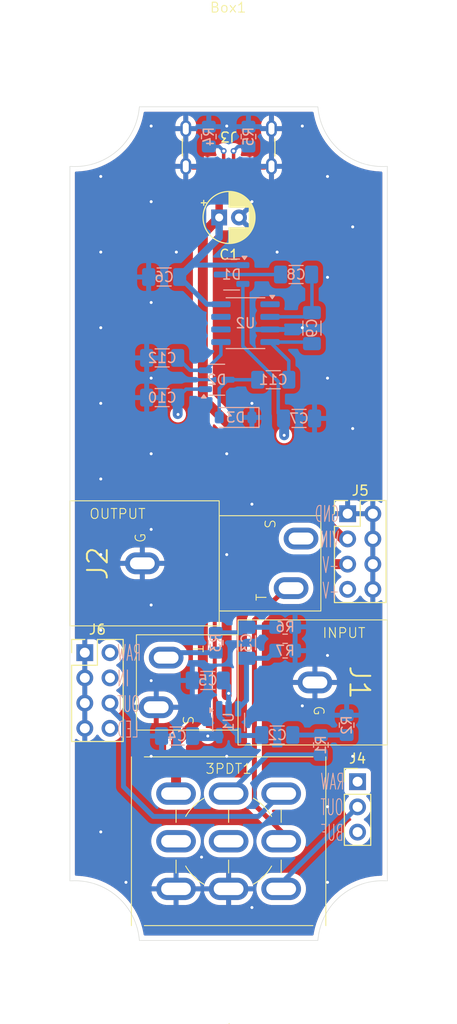
<source format=kicad_pcb>
(kicad_pcb (version 20240108) (generator "pcbnew") (generator_version "8.0")
  (layers (0 "F.Cu" jumper) (1 "In1.Cu" signal) (2 "In2.Cu" signal) (31 "B.Cu" signal) (34 "B.Paste" user) (35 "F.Paste" user) (36 "B.SilkS" user "B.Silkscreen") (37 "F.SilkS" user "F.Silkscreen") (38 "B.Mask" user) (39 "F.Mask" user) (44 "Edge.Cuts" user))
  (net 0 "")
  (net 1 "GND")
  (net 2 "VIN")
  (net 3 "Net-(C2-Pad2)")
  (net 4 "Net-(U1--)")
  (net 5 "Net-(C3-Pad1)")
  (net 6 "+V")
  (net 7 "Net-(D1-common)")
  (net 8 "-V")
  (net 9 "LED")
  (net 10 "Net-(U2-CAP+)")
  (net 11 "Net-(D2-common)")
  (net 12 "Net-(U2-CAP-)")
  (net 14 "OUT^{RAW_OR_BUF}")
  (net 15 "IN^{RAW}")
  (net 16 "OUT^{RAW}")
  (net 17 "-VOUT")
  (net 18 "BUFFERED")
  (net 19 "IN^{EFF}")
  (net 20 "OUT^{EFF}")
  (net 21 "IN")
  (net 22 "Net-(J3-CC2)")
  (net 23 "Net-(J3-CC1)")
  (footprint "Connector_PinHeader_2.54mm:PinHeader_1x03_P2.54mm_Vertical" (layer "F.Cu") (at 113 126)
    (property "Reference" "J4" (at 0 -2.33 0) (layer "F.SilkS"))
    (property "Value" "Conn_01x03_Pin")
    (pad "1" thru_hole rect (at 0 0) (size 1.7 1.7) (drill 1) (layers "*.Cu" "*.Mask" "In3.Cu" "In4.Cu" "In5.Cu" "In6.Cu" "In7.Cu" "In8.Cu" "In9.Cu" "In10.Cu" "In11.Cu" "In12.Cu" "In13.Cu" "In14.Cu" "In15.Cu" "In16.Cu" "In17.Cu" "In18.Cu" "In19.Cu" "In20.Cu" "In21.Cu" "In22.Cu" "In23.Cu" "In24.Cu" "In25.Cu" "In26.Cu" "In27.Cu" "In28.Cu" "In29.Cu" "In30.Cu") (net 15 "IN^{RAW}"))
    (pad "2" thru_hole oval (at 0 2.54) (size 1.7 1.7) (drill 1) (layers "*.Cu" "*.Mask" "In3.Cu" "In4.Cu" "In5.Cu" "In6.Cu" "In7.Cu" "In8.Cu" "In9.Cu" "In10.Cu" "In11.Cu" "In12.Cu" "In13.Cu" "In14.Cu" "In15.Cu" "In16.Cu" "In17.Cu" "In18.Cu" "In19.Cu" "In20.Cu" "In21.Cu" "In22.Cu" "In23.Cu" "In24.Cu" "In25.Cu" "In26.Cu" "In27.Cu" "In28.Cu" "In29.Cu" "In30.Cu") (net 14 "OUT^{RAW_OR_BUF}"))
    (pad "3" thru_hole oval (at 0 5.08) (size 1.7 1.7) (drill 1) (layers "*.Cu" "*.Mask" "In3.Cu" "In4.Cu" "In5.Cu" "In6.Cu" "In7.Cu" "In8.Cu" "In9.Cu" "In10.Cu" "In11.Cu" "In12.Cu" "In13.Cu" "In14.Cu" "In15.Cu" "In16.Cu" "In17.Cu" "In18.Cu" "In19.Cu" "In20.Cu" "In21.Cu" "In22.Cu" "In23.Cu" "In24.Cu" "In25.Cu" "In26.Cu" "In27.Cu" "In28.Cu" "In29.Cu" "In30.Cu") (net 18 "BUFFERED"))
  )
  (footprint "Connector_PinHeader_2.54mm:PinHeader_2x04_P2.54mm_Vertical" (layer "F.Cu") (at 112 99)
    (property "Reference" "J5" (at 1.27 -2.33 0) (layer "F.SilkS"))
    (property "Value" "Conn_02x04_Odd_Even")
    (pad "1" thru_hole rect (at 0 0) (size 1.7 1.7) (drill 1) (layers "*.Cu" "*.Mask" "In3.Cu" "In4.Cu" "In5.Cu" "In6.Cu" "In7.Cu" "In8.Cu" "In9.Cu" "In10.Cu" "In11.Cu" "In12.Cu" "In13.Cu" "In14.Cu" "In15.Cu" "In16.Cu" "In17.Cu" "In18.Cu" "In19.Cu" "In20.Cu" "In21.Cu" "In22.Cu" "In23.Cu" "In24.Cu" "In25.Cu" "In26.Cu" "In27.Cu" "In28.Cu" "In29.Cu" "In30.Cu") (net 1 "GND"))
    (pad "2" thru_hole oval (at 2.54 0) (size 1.7 1.7) (drill 1) (layers "*.Cu" "*.Mask" "In3.Cu" "In4.Cu" "In5.Cu" "In6.Cu" "In7.Cu" "In8.Cu" "In9.Cu" "In10.Cu" "In11.Cu" "In12.Cu" "In13.Cu" "In14.Cu" "In15.Cu" "In16.Cu" "In17.Cu" "In18.Cu" "In19.Cu" "In20.Cu" "In21.Cu" "In22.Cu" "In23.Cu" "In24.Cu" "In25.Cu" "In26.Cu" "In27.Cu" "In28.Cu" "In29.Cu" "In30.Cu") (net 1 "GND"))
    (pad "3" thru_hole oval (at 0 2.54) (size 1.7 1.7) (drill 1) (layers "*.Cu" "*.Mask" "In3.Cu" "In4.Cu" "In5.Cu" "In6.Cu" "In7.Cu" "In8.Cu" "In9.Cu" "In10.Cu" "In11.Cu" "In12.Cu" "In13.Cu" "In14.Cu" "In15.Cu" "In16.Cu" "In17.Cu" "In18.Cu" "In19.Cu" "In20.Cu" "In21.Cu" "In22.Cu" "In23.Cu" "In24.Cu" "In25.Cu" "In26.Cu" "In27.Cu" "In28.Cu" "In29.Cu" "In30.Cu") (net 2 "VIN"))
    (pad "4" thru_hole oval (at 2.54 2.54) (size 1.7 1.7) (drill 1) (layers "*.Cu" "*.Mask" "In3.Cu" "In4.Cu" "In5.Cu" "In6.Cu" "In7.Cu" "In8.Cu" "In9.Cu" "In10.Cu" "In11.Cu" "In12.Cu" "In13.Cu" "In14.Cu" "In15.Cu" "In16.Cu" "In17.Cu" "In18.Cu" "In19.Cu" "In20.Cu" "In21.Cu" "In22.Cu" "In23.Cu" "In24.Cu" "In25.Cu" "In26.Cu" "In27.Cu" "In28.Cu" "In29.Cu" "In30.Cu") (net 1 "GND"))
    (pad "5" thru_hole oval (at 0 5.08) (size 1.7 1.7) (drill 1) (layers "*.Cu" "*.Mask" "In3.Cu" "In4.Cu" "In5.Cu" "In6.Cu" "In7.Cu" "In8.Cu" "In9.Cu" "In10.Cu" "In11.Cu" "In12.Cu" "In13.Cu" "In14.Cu" "In15.Cu" "In16.Cu" "In17.Cu" "In18.Cu" "In19.Cu" "In20.Cu" "In21.Cu" "In22.Cu" "In23.Cu" "In24.Cu" "In25.Cu" "In26.Cu" "In27.Cu" "In28.Cu" "In29.Cu" "In30.Cu") (net 8 "-V"))
    (pad "6" thru_hole oval (at 2.54 5.08) (size 1.7 1.7) (drill 1) (layers "*.Cu" "*.Mask" "In3.Cu" "In4.Cu" "In5.Cu" "In6.Cu" "In7.Cu" "In8.Cu" "In9.Cu" "In10.Cu" "In11.Cu" "In12.Cu" "In13.Cu" "In14.Cu" "In15.Cu" "In16.Cu" "In17.Cu" "In18.Cu" "In19.Cu" "In20.Cu" "In21.Cu" "In22.Cu" "In23.Cu" "In24.Cu" "In25.Cu" "In26.Cu" "In27.Cu" "In28.Cu" "In29.Cu" "In30.Cu") (net 1 "GND"))
    (pad "7" thru_hole oval (at 0 7.62) (size 1.7 1.7) (drill 1) (layers "*.Cu" "*.Mask" "In3.Cu" "In4.Cu" "In5.Cu" "In6.Cu" "In7.Cu" "In8.Cu" "In9.Cu" "In10.Cu" "In11.Cu" "In12.Cu" "In13.Cu" "In14.Cu" "In15.Cu" "In16.Cu" "In17.Cu" "In18.Cu" "In19.Cu" "In20.Cu" "In21.Cu" "In22.Cu" "In23.Cu" "In24.Cu" "In25.Cu" "In26.Cu" "In27.Cu" "In28.Cu" "In29.Cu" "In30.Cu") (net 6 "+V"))
    (pad "8" thru_hole oval (at 2.54 7.62) (size 1.7 1.7) (drill 1) (layers "*.Cu" "*.Mask" "In3.Cu" "In4.Cu" "In5.Cu" "In6.Cu" "In7.Cu" "In8.Cu" "In9.Cu" "In10.Cu" "In11.Cu" "In12.Cu" "In13.Cu" "In14.Cu" "In15.Cu" "In16.Cu" "In17.Cu" "In18.Cu" "In19.Cu" "In20.Cu" "In21.Cu" "In22.Cu" "In23.Cu" "In24.Cu" "In25.Cu" "In26.Cu" "In27.Cu" "In28.Cu" "In29.Cu" "In30.Cu") (net 1 "GND"))
  )
  (footprint "Connector_USB:USB_C_Receptacle_GCT_USB4125-xx-x-0190_6P_TopMnt_Horizontal" (layer "F.Cu") (at 100 61 180)
    (property "Reference" "J3" (at 0 0 180) (layer "F.SilkS"))
    (property "Value" "USB_C_Receptacle_PowerOnly_6P")
    (pad "A5" smd roundrect (at -0.5 -3.08 180) (size 0.7 1.2) (layers "F.Cu" "F.Paste" "F.Mask") (net 23 "Net-(J3-CC1)"))
    (pad "A9" smd roundrect (at 1.52 -3.08) (size 0.76 1.2) (layers "F.Cu" "F.Paste" "F.Mask") (net 2 "VIN"))
    (pad "A12" smd roundrect (at 2.75 -3.08) (size 0.8 1.2) (layers "F.Cu" "F.Paste" "F.Mask") (net 1 "GND"))
    (pad "B5" smd roundrect (at 0.5 -3.08) (size 0.7 1.2) (layers "F.Cu" "F.Paste" "F.Mask") (net 22 "Net-(J3-CC2)"))
    (pad "B9" smd roundrect (at -1.52 -3.08 180) (size 0.76 1.2) (layers "F.Cu" "F.Paste" "F.Mask") (net 2 "VIN"))
    (pad "B12" smd roundrect (at -2.75 -3.08 180) (size 0.8 1.2) (layers "F.Cu" "F.Paste" "F.Mask") (net 1 "GND"))
    (pad "S1" thru_hole oval (at -4.32 -3 180) (size 1.1 1.7) (drill oval 0.6 1.2) (property pad_prop_heatsink) (layers "*.Cu" "*.Mask" "In3.Cu" "In4.Cu" "In5.Cu" "In6.Cu" "In7.Cu" "In8.Cu" "In9.Cu" "In10.Cu" "In11.Cu" "In12.Cu" "In13.Cu" "In14.Cu" "In15.Cu" "In16.Cu" "In17.Cu" "In18.Cu" "In19.Cu" "In20.Cu" "In21.Cu" "In22.Cu" "In23.Cu" "In24.Cu" "In25.Cu" "In26.Cu" "In27.Cu" "In28.Cu" "In29.Cu" "In30.Cu" "F.Paste") (net 1 "GND"))
    (pad "S1" thru_hole oval (at -4.32 0.8 180) (size 1.1 1.7) (drill oval 0.6 1.2) (property pad_prop_heatsink) (layers "*.Cu" "*.Mask" "In3.Cu" "In4.Cu" "In5.Cu" "In6.Cu" "In7.Cu" "In8.Cu" "In9.Cu" "In10.Cu" "In11.Cu" "In12.Cu" "In13.Cu" "In14.Cu" "In15.Cu" "In16.Cu" "In17.Cu" "In18.Cu" "In19.Cu" "In20.Cu" "In21.Cu" "In22.Cu" "In23.Cu" "In24.Cu" "In25.Cu" "In26.Cu" "In27.Cu" "In28.Cu" "In29.Cu" "In30.Cu" "F.Paste") (net 1 "GND"))
    (pad "S1" thru_hole oval (at 4.32 -3 180) (size 1.1 1.7) (drill oval 0.6 1.2) (property pad_prop_heatsink) (layers "*.Cu" "*.Mask" "In3.Cu" "In4.Cu" "In5.Cu" "In6.Cu" "In7.Cu" "In8.Cu" "In9.Cu" "In10.Cu" "In11.Cu" "In12.Cu" "In13.Cu" "In14.Cu" "In15.Cu" "In16.Cu" "In17.Cu" "In18.Cu" "In19.Cu" "In20.Cu" "In21.Cu" "In22.Cu" "In23.Cu" "In24.Cu" "In25.Cu" "In26.Cu" "In27.Cu" "In28.Cu" "In29.Cu" "In30.Cu" "F.Paste") (net 1 "GND"))
    (pad "S1" thru_hole oval (at 4.32 0.8 180) (size 1.1 1.7) (drill oval 0.6 1.2) (property pad_prop_heatsink) (layers "*.Cu" "*.Mask" "In3.Cu" "In4.Cu" "In5.Cu" "In6.Cu" "In7.Cu" "In8.Cu" "In9.Cu" "In10.Cu" "In11.Cu" "In12.Cu" "In13.Cu" "In14.Cu" "In15.Cu" "In16.Cu" "In17.Cu" "In18.Cu" "In19.Cu" "In20.Cu" "In21.Cu" "In22.Cu" "In23.Cu" "In24.Cu" "In25.Cu" "In26.Cu" "In27.Cu" "In28.Cu" "In29.Cu" "In30.Cu" "F.Paste") (net 1 "GND"))
  )
  (footprint "Mylib:1590A" (layer "F.Cu") (at 100 100)
    (property "Reference" "Box1" (at -0.05 -52 0) (layer "F.SilkS") (effects (font (thickness 0.1))))
    (property "Value" "1590A")
  )
  (footprint "Mylib:3PDT-Stomp-Switch" (layer "F.Cu") (at 100 132)
    (property "Reference" "3PDT1" (at 0 -7.3 0) (layer "F.SilkS") (effects (font (thickness 0.1))))
    (property "Value" "3PDT")
    (pad "1" thru_hole oval (at -5.3 -4.8) (size 4 2.25) (drill oval 3 1.25) (layers "*.Cu" "*.Mask" "In3.Cu" "In4.Cu" "In5.Cu" "In6.Cu" "In7.Cu" "In8.Cu" "In9.Cu" "In10.Cu" "In11.Cu" "In12.Cu" "In13.Cu" "In14.Cu" "In15.Cu" "In16.Cu" "In17.Cu" "In18.Cu" "In19.Cu" "In20.Cu" "In21.Cu" "In22.Cu" "In23.Cu" "In24.Cu" "In25.Cu" "In26.Cu" "In27.Cu" "In28.Cu" "In29.Cu" "In30.Cu") (net 2 "VIN"))
    (pad "2" thru_hole oval (at -5.3 0) (size 4 2.25) (drill oval 3 1.25) (layers "*.Cu" "*.Mask" "In3.Cu" "In4.Cu" "In5.Cu" "In6.Cu" "In7.Cu" "In8.Cu" "In9.Cu" "In10.Cu" "In11.Cu" "In12.Cu" "In13.Cu" "In14.Cu" "In15.Cu" "In16.Cu" "In17.Cu" "In18.Cu" "In19.Cu" "In20.Cu" "In21.Cu" "In22.Cu" "In23.Cu" "In24.Cu" "In25.Cu" "In26.Cu" "In27.Cu" "In28.Cu" "In29.Cu" "In30.Cu") (net 9 "LED"))
    (pad "3" thru_hole oval (at -5.3 4.8) (size 4 2.25) (drill oval 3 1.25) (layers "*.Cu" "*.Mask" "In3.Cu" "In4.Cu" "In5.Cu" "In6.Cu" "In7.Cu" "In8.Cu" "In9.Cu" "In10.Cu" "In11.Cu" "In12.Cu" "In13.Cu" "In14.Cu" "In15.Cu" "In16.Cu" "In17.Cu" "In18.Cu" "In19.Cu" "In20.Cu" "In21.Cu" "In22.Cu" "In23.Cu" "In24.Cu" "In25.Cu" "In26.Cu" "In27.Cu" "In28.Cu" "In29.Cu" "In30.Cu") (net 1 "GND"))
    (pad "4" thru_hole oval (at 0 -4.8) (size 4 2.25) (drill oval 3 1.25) (layers "*.Cu" "*.Mask" "In3.Cu" "In4.Cu" "In5.Cu" "In6.Cu" "In7.Cu" "In8.Cu" "In9.Cu" "In10.Cu" "In11.Cu" "In12.Cu" "In13.Cu" "In14.Cu" "In15.Cu" "In16.Cu" "In17.Cu" "In18.Cu" "In19.Cu" "In20.Cu" "In21.Cu" "In22.Cu" "In23.Cu" "In24.Cu" "In25.Cu" "In26.Cu" "In27.Cu" "In28.Cu" "In29.Cu" "In30.Cu") (net 18 "BUFFERED"))
    (pad "5" thru_hole oval (at 0 0) (size 4 2.25) (drill oval 3 1.25) (layers "*.Cu" "*.Mask" "In3.Cu" "In4.Cu" "In5.Cu" "In6.Cu" "In7.Cu" "In8.Cu" "In9.Cu" "In10.Cu" "In11.Cu" "In12.Cu" "In13.Cu" "In14.Cu" "In15.Cu" "In16.Cu" "In17.Cu" "In18.Cu" "In19.Cu" "In20.Cu" "In21.Cu" "In22.Cu" "In23.Cu" "In24.Cu" "In25.Cu" "In26.Cu" "In27.Cu" "In28.Cu" "In29.Cu" "In30.Cu") (net 19 "IN^{EFF}"))
    (pad "6" thru_hole oval (at 0 4.8) (size 4 2.25) (drill oval 3 1.25) (layers "*.Cu" "*.Mask" "In3.Cu" "In4.Cu" "In5.Cu" "In6.Cu" "In7.Cu" "In8.Cu" "In9.Cu" "In10.Cu" "In11.Cu" "In12.Cu" "In13.Cu" "In14.Cu" "In15.Cu" "In16.Cu" "In17.Cu" "In18.Cu" "In19.Cu" "In20.Cu" "In21.Cu" "In22.Cu" "In23.Cu" "In24.Cu" "In25.Cu" "In26.Cu" "In27.Cu" "In28.Cu" "In29.Cu" "In30.Cu") (net 1 "GND"))
    (pad "7" thru_hole oval (at 5.3 -4.8) (size 4 2.25) (drill oval 3 1.25) (layers "*.Cu" "*.Mask" "In3.Cu" "In4.Cu" "In5.Cu" "In6.Cu" "In7.Cu" "In8.Cu" "In9.Cu" "In10.Cu" "In11.Cu" "In12.Cu" "In13.Cu" "In14.Cu" "In15.Cu" "In16.Cu" "In17.Cu" "In18.Cu" "In19.Cu" "In20.Cu" "In21.Cu" "In22.Cu" "In23.Cu" "In24.Cu" "In25.Cu" "In26.Cu" "In27.Cu" "In28.Cu" "In29.Cu" "In30.Cu") (net 20 "OUT^{EFF}"))
    (pad "8" thru_hole oval (at 5.3 0) (size 4 2.25) (drill oval 3 1.25) (layers "*.Cu" "*.Mask" "In3.Cu" "In4.Cu" "In5.Cu" "In6.Cu" "In7.Cu" "In8.Cu" "In9.Cu" "In10.Cu" "In11.Cu" "In12.Cu" "In13.Cu" "In14.Cu" "In15.Cu" "In16.Cu" "In17.Cu" "In18.Cu" "In19.Cu" "In20.Cu" "In21.Cu" "In22.Cu" "In23.Cu" "In24.Cu" "In25.Cu" "In26.Cu" "In27.Cu" "In28.Cu" "In29.Cu" "In30.Cu") (net 16 "OUT^{RAW}"))
    (pad "9" thru_hole oval (at 5.3 4.8) (size 4 2.25) (drill oval 3 1.25) (layers "*.Cu" "*.Mask" "In3.Cu" "In4.Cu" "In5.Cu" "In6.Cu" "In7.Cu" "In8.Cu" "In9.Cu" "In10.Cu" "In11.Cu" "In12.Cu" "In13.Cu" "In14.Cu" "In15.Cu" "In16.Cu" "In17.Cu" "In18.Cu" "In19.Cu" "In20.Cu" "In21.Cu" "In22.Cu" "In23.Cu" "In24.Cu" "In25.Cu" "In26.Cu" "In27.Cu" "In28.Cu" "In29.Cu" "In30.Cu") (net 14 "OUT^{RAW_OR_BUF}"))
  )
  (footprint "Connector_PinHeader_2.54mm:PinHeader_2x04_P2.54mm_Vertical" (layer "F.Cu") (at 85.5 113)
    (property "Reference" "J6" (at 1.27 -2.33 0) (layer "F.SilkS"))
    (property "Value" "Conn_02x04_Odd_Even")
    (pad "1" thru_hole rect (at 0 0) (size 1.7 1.7) (drill 1) (layers "*.Cu" "*.Mask" "In3.Cu" "In4.Cu" "In5.Cu" "In6.Cu" "In7.Cu" "In8.Cu" "In9.Cu" "In10.Cu" "In11.Cu" "In12.Cu" "In13.Cu" "In14.Cu" "In15.Cu" "In16.Cu" "In17.Cu" "In18.Cu" "In19.Cu" "In20.Cu" "In21.Cu" "In22.Cu" "In23.Cu" "In24.Cu" "In25.Cu" "In26.Cu" "In27.Cu" "In28.Cu" "In29.Cu" "In30.Cu") (net 1 "GND"))
    (pad "2" thru_hole oval (at 2.54 0) (size 1.7 1.7) (drill 1) (layers "*.Cu" "*.Mask" "In3.Cu" "In4.Cu" "In5.Cu" "In6.Cu" "In7.Cu" "In8.Cu" "In9.Cu" "In10.Cu" "In11.Cu" "In12.Cu" "In13.Cu" "In14.Cu" "In15.Cu" "In16.Cu" "In17.Cu" "In18.Cu" "In19.Cu" "In20.Cu" "In21.Cu" "In22.Cu" "In23.Cu" "In24.Cu" "In25.Cu" "In26.Cu" "In27.Cu" "In28.Cu" "In29.Cu" "In30.Cu") (net 15 "IN^{RAW}"))
    (pad "3" thru_hole oval (at 0 2.54) (size 1.7 1.7) (drill 1) (layers "*.Cu" "*.Mask" "In3.Cu" "In4.Cu" "In5.Cu" "In6.Cu" "In7.Cu" "In8.Cu" "In9.Cu" "In10.Cu" "In11.Cu" "In12.Cu" "In13.Cu" "In14.Cu" "In15.Cu" "In16.Cu" "In17.Cu" "In18.Cu" "In19.Cu" "In20.Cu" "In21.Cu" "In22.Cu" "In23.Cu" "In24.Cu" "In25.Cu" "In26.Cu" "In27.Cu" "In28.Cu" "In29.Cu" "In30.Cu") (net 1 "GND"))
    (pad "4" thru_hole oval (at 2.54 2.54) (size 1.7 1.7) (drill 1) (layers "*.Cu" "*.Mask" "In3.Cu" "In4.Cu" "In5.Cu" "In6.Cu" "In7.Cu" "In8.Cu" "In9.Cu" "In10.Cu" "In11.Cu" "In12.Cu" "In13.Cu" "In14.Cu" "In15.Cu" "In16.Cu" "In17.Cu" "In18.Cu" "In19.Cu" "In20.Cu" "In21.Cu" "In22.Cu" "In23.Cu" "In24.Cu" "In25.Cu" "In26.Cu" "In27.Cu" "In28.Cu" "In29.Cu" "In30.Cu") (net 19 "IN^{EFF}"))
    (pad "5" thru_hole oval (at 0 5.08) (size 1.7 1.7) (drill 1) (layers "*.Cu" "*.Mask" "In3.Cu" "In4.Cu" "In5.Cu" "In6.Cu" "In7.Cu" "In8.Cu" "In9.Cu" "In10.Cu" "In11.Cu" "In12.Cu" "In13.Cu" "In14.Cu" "In15.Cu" "In16.Cu" "In17.Cu" "In18.Cu" "In19.Cu" "In20.Cu" "In21.Cu" "In22.Cu" "In23.Cu" "In24.Cu" "In25.Cu" "In26.Cu" "In27.Cu" "In28.Cu" "In29.Cu" "In30.Cu") (net 1 "GND"))
    (pad "6" thru_hole oval (at 2.54 5.08) (size 1.7 1.7) (drill 1) (layers "*.Cu" "*.Mask" "In3.Cu" "In4.Cu" "In5.Cu" "In6.Cu" "In7.Cu" "In8.Cu" "In9.Cu" "In10.Cu" "In11.Cu" "In12.Cu" "In13.Cu" "In14.Cu" "In15.Cu" "In16.Cu" "In17.Cu" "In18.Cu" "In19.Cu" "In20.Cu" "In21.Cu" "In22.Cu" "In23.Cu" "In24.Cu" "In25.Cu" "In26.Cu" "In27.Cu" "In28.Cu" "In29.Cu" "In30.Cu") (net 20 "OUT^{EFF}"))
    (pad "7" thru_hole oval (at 0 7.62) (size 1.7 1.7) (drill 1) (layers "*.Cu" "*.Mask" "In3.Cu" "In4.Cu" "In5.Cu" "In6.Cu" "In7.Cu" "In8.Cu" "In9.Cu" "In10.Cu" "In11.Cu" "In12.Cu" "In13.Cu" "In14.Cu" "In15.Cu" "In16.Cu" "In17.Cu" "In18.Cu" "In19.Cu" "In20.Cu" "In21.Cu" "In22.Cu" "In23.Cu" "In24.Cu" "In25.Cu" "In26.Cu" "In27.Cu" "In28.Cu" "In29.Cu" "In30.Cu") (net 1 "GND"))
    (pad "8" thru_hole oval (at 2.54 7.62) (size 1.7 1.7) (drill 1) (layers "*.Cu" "*.Mask" "In3.Cu" "In4.Cu" "In5.Cu" "In6.Cu" "In7.Cu" "In8.Cu" "In9.Cu" "In10.Cu" "In11.Cu" "In12.Cu" "In13.Cu" "In14.Cu" "In15.Cu" "In16.Cu" "In17.Cu" "In18.Cu" "In19.Cu" "In20.Cu" "In21.Cu" "In22.Cu" "In23.Cu" "In24.Cu" "In25.Cu" "In26.Cu" "In27.Cu" "In28.Cu" "In29.Cu" "In30.Cu") (net 9 "LED"))
  )
  (footprint "Mylib:CK-6.35" (layer "F.Cu") (at 103.2 116 180)
    (property "Reference" "J1" (at -10 0 -90) (layer "F.SilkS") (effects (font (size 2 2) (thickness 0.2))))
    (property "Value" "AudioJack2_Ground")
    (fp_text user "S" (at 7.9 -3.275 -90) (layer "F.SilkS") (effects (font (thickness 0.1)) (justify left bottom)))
    (fp_text user "G" (at -5.3 -2.275 -90) (layer "F.SilkS") (effects (font (thickness 0.1)) (justify left bottom)))
    (fp_text user "T" (at 6.9 3.825 -90) (layer "F.SilkS") (effects (font (thickness 0.1)) (justify left bottom)))
    (pad "G" thru_hole oval (at -5.5 0 180) (size 3.5 2.2) (drill oval 2.5 1.2) (layers "*.Cu" "*.Mask" "In3.Cu" "In4.Cu" "In5.Cu" "In6.Cu" "In7.Cu" "In8.Cu" "In9.Cu" "In10.Cu" "In11.Cu" "In12.Cu" "In13.Cu" "In14.Cu" "In15.Cu" "In16.Cu" "In17.Cu" "In18.Cu" "In19.Cu" "In20.Cu" "In21.Cu" "In22.Cu" "In23.Cu" "In24.Cu" "In25.Cu" "In26.Cu" "In27.Cu" "In28.Cu" "In29.Cu" "In30.Cu") (net 1 "GND"))
    (pad "S" thru_hole oval (at 10.5 -2.5 180) (size 3.5 2.2) (drill oval 2.5 1.2) (layers "*.Cu" "*.Mask" "In3.Cu" "In4.Cu" "In5.Cu" "In6.Cu" "In7.Cu" "In8.Cu" "In9.Cu" "In10.Cu" "In11.Cu" "In12.Cu" "In13.Cu" "In14.Cu" "In15.Cu" "In16.Cu" "In17.Cu" "In18.Cu" "In19.Cu" "In20.Cu" "In21.Cu" "In22.Cu" "In23.Cu" "In24.Cu" "In25.Cu" "In26.Cu" "In27.Cu" "In28.Cu" "In29.Cu" "In30.Cu") (net 1 "GND"))
    (pad "T" thru_hole oval (at 9.5 2.5 180) (size 3.5 2.2) (drill oval 2.5 1.2) (layers "*.Cu" "*.Mask" "In3.Cu" "In4.Cu" "In5.Cu" "In6.Cu" "In7.Cu" "In8.Cu" "In9.Cu" "In10.Cu" "In11.Cu" "In12.Cu" "In13.Cu" "In14.Cu" "In15.Cu" "In16.Cu" "In17.Cu" "In18.Cu" "In19.Cu" "In20.Cu" "In21.Cu" "In22.Cu" "In23.Cu" "In24.Cu" "In25.Cu" "In26.Cu" "In27.Cu" "In28.Cu" "In29.Cu" "In30.Cu") (net 15 "IN^{RAW}"))
  )
  (footprint "Mylib:CK-6.35" (layer "F.Cu") (at 96.8 104)
    (property "Reference" "J2" (at -10 0 90) (layer "F.SilkS") (effects (font (size 2 2) (thickness 0.2))))
    (property "Value" "AudioJack2_Ground")
    (fp_text user "T" (at 7.1 3.875 90) (layer "F.SilkS") (effects (font (thickness 0.1)) (justify left bottom)))
    (fp_text user "G" (at -5.1 -2 90) (layer "F.SilkS") (effects (font (thickness 0.1)) (justify left bottom)))
    (fp_text user "S" (at 8 -3.425 90) (layer "F.SilkS") (effects (font (thickness 0.1)) (justify left bottom)))
    (pad "G" thru_hole oval (at -5.5 0) (size 3.5 2.2) (drill oval 2.5 1.2) (layers "*.Cu" "*.Mask" "In3.Cu" "In4.Cu" "In5.Cu" "In6.Cu" "In7.Cu" "In8.Cu" "In9.Cu" "In10.Cu" "In11.Cu" "In12.Cu" "In13.Cu" "In14.Cu" "In15.Cu" "In16.Cu" "In17.Cu" "In18.Cu" "In19.Cu" "In20.Cu" "In21.Cu" "In22.Cu" "In23.Cu" "In24.Cu" "In25.Cu" "In26.Cu" "In27.Cu" "In28.Cu" "In29.Cu" "In30.Cu") (net 1 "GND"))
    (pad "S" thru_hole oval (at 10.5 -2.5) (size 3.5 2.2) (drill oval 2.5 1.2) (layers "*.Cu" "*.Mask" "In3.Cu" "In4.Cu" "In5.Cu" "In6.Cu" "In7.Cu" "In8.Cu" "In9.Cu" "In10.Cu" "In11.Cu" "In12.Cu" "In13.Cu" "In14.Cu" "In15.Cu" "In16.Cu" "In17.Cu" "In18.Cu" "In19.Cu" "In20.Cu" "In21.Cu" "In22.Cu" "In23.Cu" "In24.Cu" "In25.Cu" "In26.Cu" "In27.Cu" "In28.Cu" "In29.Cu" "In30.Cu"))
    (pad "T" thru_hole oval (at 9.5 2.5) (size 3.5 2.2) (drill oval 2.5 1.2) (layers "*.Cu" "*.Mask" "In3.Cu" "In4.Cu" "In5.Cu" "In6.Cu" "In7.Cu" "In8.Cu" "In9.Cu" "In10.Cu" "In11.Cu" "In12.Cu" "In13.Cu" "In14.Cu" "In15.Cu" "In16.Cu" "In17.Cu" "In18.Cu" "In19.Cu" "In20.Cu" "In21.Cu" "In22.Cu" "In23.Cu" "In24.Cu" "In25.Cu" "In26.Cu" "In27.Cu" "In28.Cu" "In29.Cu" "In30.Cu") (net 16 "OUT^{RAW}"))
  )
  (footprint "Capacitor_THT:CP_Radial_D5.0mm_P2.00mm" (layer "F.Cu") (at 99.044888 69.15)
    (property "Reference" "C1" (at 1 3.75 0) (layer "F.SilkS"))
    (property "Value" "47uF")
    (pad "1" thru_hole rect (at 0 0) (size 1.6 1.6) (drill 0.8) (layers "*.Cu" "*.Mask" "In3.Cu" "In4.Cu" "In5.Cu" "In6.Cu" "In7.Cu" "In8.Cu" "In9.Cu" "In10.Cu" "In11.Cu" "In12.Cu" "In13.Cu" "In14.Cu" "In15.Cu" "In16.Cu" "In17.Cu" "In18.Cu" "In19.Cu" "In20.Cu" "In21.Cu" "In22.Cu" "In23.Cu" "In24.Cu" "In25.Cu" "In26.Cu" "In27.Cu" "In28.Cu" "In29.Cu" "In30.Cu") (net 2 "VIN"))
    (pad "2" thru_hole circle (at 2 0) (size 1.6 1.6) (drill 0.8) (layers "*.Cu" "*.Mask" "In3.Cu" "In4.Cu" "In5.Cu" "In6.Cu" "In7.Cu" "In8.Cu" "In9.Cu" "In10.Cu" "In11.Cu" "In12.Cu" "In13.Cu" "In14.Cu" "In15.Cu" "In16.Cu" "In17.Cu" "In18.Cu" "In19.Cu" "In20.Cu" "In21.Cu" "In22.Cu" "In23.Cu" "In24.Cu" "In25.Cu" "In26.Cu" "In27.Cu" "In28.Cu" "In29.Cu" "In30.Cu") (net 1 "GND"))
  )
  (footprint "Resistor_SMD:R_0805_2012Metric_Pad1.20x1.40mm_HandSolder" (layer "B.Cu") (at 102 61 90)
    (property "Reference" "R5" (at 0 0 90) (layer "B.SilkS") (effects (justify mirror)))
    (property "Value" "5k1")
    (pad "1" smd roundrect (at -1 0 90) (size 1.2 1.4) (layers "B.Cu" "B.Paste" "B.Mask") (roundrect_rratio 0.208333) (net 23 "Net-(J3-CC1)"))
    (pad "2" smd roundrect (at 1 0 90) (size 1.2 1.4) (layers "B.Cu" "B.Paste" "B.Mask") (roundrect_rratio 0.208333) (net 1 "GND"))
  )
  (footprint "Capacitor_SMD:C_1206_3216Metric_Pad1.33x1.80mm_HandSolder" (layer "B.Cu") (at 108.4 80.3 -90)
    (property "Reference" "C9" (at 0 0 90) (layer "B.SilkS") (effects (justify mirror)))
    (property "Value" "10uF")
    (pad "1" smd roundrect (at -1.5625 0 270) (size 1.325 1.8) (layers "B.Cu" "B.Paste" "B.Mask") (roundrect_rratio 0.188679) (net 10 "Net-(U2-CAP+)"))
    (pad "2" smd roundrect (at 1.5625 0 270) (size 1.325 1.8) (layers "B.Cu" "B.Paste" "B.Mask") (roundrect_rratio 0.188679) (net 12 "Net-(U2-CAP-)"))
  )
  (footprint "Capacitor_SMD:C_1206_3216Metric_Pad1.33x1.80mm_HandSolder" (layer "B.Cu") (at 93.5 75.15 180)
    (property "Reference" "C6" (at 0 0 0) (layer "B.SilkS") (effects (justify mirror)))
    (property "Value" "1uF")
    (pad "1" smd roundrect (at -1.5625 0 180) (size 1.325 1.8) (layers "B.Cu" "B.Paste" "B.Mask") (roundrect_rratio 0.188679) (net 2 "VIN"))
    (pad "2" smd roundrect (at 1.5625 0 180) (size 1.325 1.8) (layers "B.Cu" "B.Paste" "B.Mask") (roundrect_rratio 0.188679) (net 1 "GND"))
  )
  (footprint "Resistor_SMD:R_0805_2012Metric_Pad1.20x1.40mm_HandSolder" (layer "B.Cu") (at 98 61 90)
    (property "Reference" "R4" (at 0 0 90) (layer "B.SilkS") (effects (justify mirror)))
    (property "Value" "5k1")
    (pad "1" smd roundrect (at -1 0 90) (size 1.2 1.4) (layers "B.Cu" "B.Paste" "B.Mask") (roundrect_rratio 0.208333) (net 22 "Net-(J3-CC2)"))
    (pad "2" smd roundrect (at 1 0 90) (size 1.2 1.4) (layers "B.Cu" "B.Paste" "B.Mask") (roundrect_rratio 0.208333) (net 1 "GND"))
  )
  (footprint "Capacitor_SMD:C_1206_3216Metric_Pad1.33x1.80mm_HandSolder" (layer "B.Cu") (at 93.3 87.3 180)
    (property "Reference" "C10" (at 0 0 0) (layer "B.SilkS") (effects (justify mirror)))
    (property "Value" "47uF")
    (pad "1" smd roundrect (at -1.5625 0 180) (size 1.325 1.8) (layers "B.Cu" "B.Paste" "B.Mask") (roundrect_rratio 0.188679) (net 8 "-V"))
    (pad "2" smd roundrect (at 1.5625 0 180) (size 1.325 1.8) (layers "B.Cu" "B.Paste" "B.Mask") (roundrect_rratio 0.188679) (net 1 "GND"))
  )
  (footprint "Package_TO_SOT_SMD:SOT-23-3" (layer "B.Cu") (at 100.3 74.9 180)
    (property "Reference" "D1" (at 0 0 0) (layer "B.SilkS") (effects (justify mirror)))
    (property "Value" "MMBD1203")
    (pad "1" smd roundrect (at -1.1375 0.95 180) (size 1.325 0.6) (layers "B.Cu" "B.Paste" "B.Mask") (net 2 "VIN"))
    (pad "2" smd roundrect (at -1.1375 -0.95 180) (size 1.325 0.6) (layers "B.Cu" "B.Paste" "B.Mask") (net 6 "+V"))
    (pad "3" smd roundrect (at 1.1375 0 180) (size 1.325 0.6) (layers "B.Cu" "B.Paste" "B.Mask") (net 7 "Net-(D1-common)"))
  )
  (footprint "Capacitor_SMD:C_1206_3216Metric_Pad1.33x1.80mm_HandSolder" (layer "B.Cu") (at 104.9 121.3)
    (property "Reference" "C2" (at 0 0 0) (layer "B.SilkS") (effects (justify mirror)))
    (property "Value" "1uF")
    (pad "1" smd roundrect (at -1.5625 0) (size 1.325 1.8) (layers "B.Cu" "B.Paste" "B.Mask") (roundrect_rratio 0.188679) (net 4 "Net-(U1--)"))
    (pad "2" smd roundrect (at 1.5625 0) (size 1.325 1.8) (layers "B.Cu" "B.Paste" "B.Mask") (roundrect_rratio 0.188679) (net 3 "Net-(C2-Pad2)"))
  )
  (footprint "Capacitor_SMD:C_1206_3216Metric_Pad1.33x1.80mm_HandSolder" (layer "B.Cu") (at 101.8 112 -90)
    (property "Reference" "C3" (at 0 0 90) (layer "B.SilkS") (effects (justify mirror)))
    (property "Value" "0.1uF" (hide yes))
    (pad "1" smd roundrect (at -1.5625 0 270) (size 1.325 1.8) (layers "B.Cu" "B.Paste" "B.Mask") (roundrect_rratio 0.188679) (net 5 "Net-(C3-Pad1)"))
    (pad "2" smd roundrect (at 1.5625 0 270) (size 1.325 1.8) (layers "B.Cu" "B.Paste" "B.Mask") (roundrect_rratio 0.188679) (net 21 "IN"))
  )
  (footprint "Resistor_SMD:R_0805_2012Metric_Pad1.20x1.40mm_HandSolder" (layer "B.Cu") (at 111.9 120.3 90)
    (property "Reference" "R2" (at 0 0 90) (layer "B.SilkS") (effects (justify mirror)))
    (property "Value" "470k")
    (pad "1" smd roundrect (at -1 0 90) (size 1.2 1.4) (layers "B.Cu" "B.Paste" "B.Mask") (roundrect_rratio 0.208333) (net 3 "Net-(C2-Pad2)"))
    (pad "2" smd roundrect (at 1 0 90) (size 1.2 1.4) (layers "B.Cu" "B.Paste" "B.Mask") (roundrect_rratio 0.208333) (net 1 "GND"))
  )
  (footprint "Resistor_SMD:R_0805_2012Metric_Pad1.20x1.40mm_HandSolder" (layer "B.Cu") (at 98.7 112 90)
    (property "Reference" "R3" (at 0 0 90) (layer "B.SilkS") (effects (justify mirror)))
    (property "Value" "10k" (hide yes))
    (pad "1" smd roundrect (at -1 0 90) (size 1.2 1.4) (layers "B.Cu" "B.Paste" "B.Mask") (roundrect_rratio 0.208333) (net 15 "IN^{RAW}"))
    (pad "2" smd roundrect (at 1 0 90) (size 1.2 1.4) (layers "B.Cu" "B.Paste" "B.Mask") (roundrect_rratio 0.208333) (net 5 "Net-(C3-Pad1)"))
  )
  (footprint "Resistor_SMD:R_0805_2012Metric_Pad1.20x1.40mm_HandSolder" (layer "B.Cu") (at 105.7 112.8)
    (property "Reference" "R7" (at 0 0 0) (layer "B.SilkS") (effects (justify mirror)))
    (property "Value" "470k" (hide yes))
    (pad "1" smd roundrect (at -1 0) (size 1.2 1.4) (layers "B.Cu" "B.Paste" "B.Mask") (roundrect_rratio 0.208333) (net 21 "IN"))
    (pad "2" smd roundrect (at 1 0) (size 1.2 1.4) (layers "B.Cu" "B.Paste" "B.Mask") (roundrect_rratio 0.208333) (net 1 "GND"))
  )
  (footprint "Package_TO_SOT_SMD:SOT-23-3" (layer "B.Cu") (at 98.8 85.5)
    (property "Reference" "D2" (at 0 0 0) (layer "B.SilkS") (effects (justify mirror)))
    (property "Value" "MMBD1203")
    (pad "1" smd roundrect (at -1.1375 0.95) (size 1.325 0.6) (layers "B.Cu" "B.Paste" "B.Mask") (net 8 "-V"))
    (pad "2" smd roundrect (at -1.1375 -0.95) (size 1.325 0.6) (layers "B.Cu" "B.Paste" "B.Mask") (net 17 "-VOUT"))
    (pad "3" smd roundrect (at 1.1375 0) (size 1.325 0.6) (layers "B.Cu" "B.Paste" "B.Mask") (net 11 "Net-(D2-common)"))
  )
  (footprint "Diode_SMD:D_SOD-123" (layer "B.Cu") (at 100.7 89.3 180)
    (property "Reference" "D3" (at 0 0 0) (layer "B.SilkS") (effects (justify mirror)))
    (property "Value" "D")
    (pad "1" smd roundrect (at -1.65 0 180) (size 0.9 1.2) (layers "B.Cu" "B.Paste" "B.Mask") (net 1 "GND"))
    (pad "2" smd roundrect (at 1.65 0 180) (size 0.9 1.2) (layers "B.Cu" "B.Paste" "B.Mask") (net 11 "Net-(D2-common)"))
  )
  (footprint "Capacitor_SMD:C_1206_3216Metric_Pad1.33x1.80mm_HandSolder" (layer "B.Cu") (at 97.9 115.8 180)
    (property "Reference" "C5" (at 0 0 0) (layer "B.SilkS") (effects (justify mirror)))
    (property "Value" "0.1uF" (hide yes))
    (pad "1" smd roundrect (at -1.5625 0 180) (size 1.325 1.8) (layers "B.Cu" "B.Paste" "B.Mask") (roundrect_rratio 0.188679) (net 8 "-V"))
    (pad "2" smd roundrect (at 1.5625 0 180) (size 1.325 1.8) (layers "B.Cu" "B.Paste" "B.Mask") (roundrect_rratio 0.188679) (net 1 "GND"))
  )
  (footprint "Capacitor_SMD:C_1206_3216Metric_Pad1.33x1.80mm_HandSolder" (layer "B.Cu") (at 106.8 74.9)
    (property "Reference" "C8" (at 0 0 0) (layer "B.SilkS") (effects (justify mirror)))
    (property "Value" "10uF")
    (pad "1" smd roundrect (at -1.5625 0) (size 1.325 1.8) (layers "B.Cu" "B.Paste" "B.Mask") (roundrect_rratio 0.188679) (net 7 "Net-(D1-common)"))
    (pad "2" smd roundrect (at 1.5625 0) (size 1.325 1.8) (layers "B.Cu" "B.Paste" "B.Mask") (roundrect_rratio 0.188679) (net 10 "Net-(U2-CAP+)"))
  )
  (footprint "Resistor_SMD:R_0805_2012Metric_Pad1.20x1.40mm_HandSolder" (layer "B.Cu") (at 109.3 122.3 -90)
    (property "Reference" "R1" (at 0 0 90) (layer "B.SilkS") (effects (justify mirror)))
    (property "Value" "10k")
    (pad "1" smd roundrect (at -1 0 270) (size 1.2 1.4) (layers "B.Cu" "B.Paste" "B.Mask") (roundrect_rratio 0.208333) (net 3 "Net-(C2-Pad2)"))
    (pad "2" smd roundrect (at 1 0 270) (size 1.2 1.4) (layers "B.Cu" "B.Paste" "B.Mask") (roundrect_rratio 0.208333) (net 18 "BUFFERED"))
  )
  (footprint "Capacitor_SMD:C_1206_3216Metric_Pad1.33x1.80mm_HandSolder" (layer "B.Cu") (at 104.5 85.5 180)
    (property "Reference" "C11" (at 0 0 0) (layer "B.SilkS") (effects (justify mirror)))
    (property "Value" "10uF")
    (pad "1" smd roundrect (at -1.5625 0 180) (size 1.325 1.8) (layers "B.Cu" "B.Paste" "B.Mask") (roundrect_rratio 0.188679) (net 12 "Net-(U2-CAP-)"))
    (pad "2" smd roundrect (at 1.5625 0 180) (size 1.325 1.8) (layers "B.Cu" "B.Paste" "B.Mask") (roundrect_rratio 0.188679) (net 11 "Net-(D2-common)"))
  )
  (footprint "Resistor_SMD:R_0805_2012Metric_Pad1.20x1.40mm_HandSolder" (layer "B.Cu") (at 105.7 110.4)
    (property "Reference" "R6" (at 0 0 0) (layer "B.SilkS") (effects (justify mirror)))
    (property "Value" "1M0" (hide yes))
    (pad "1" smd roundrect (at -1 0) (size 1.2 1.4) (layers "B.Cu" "B.Paste" "B.Mask") (roundrect_rratio 0.208333) (net 5 "Net-(C3-Pad1)"))
    (pad "2" smd roundrect (at 1 0) (size 1.2 1.4) (layers "B.Cu" "B.Paste" "B.Mask") (roundrect_rratio 0.208333) (net 1 "GND"))
  )
  (footprint "Package_TO_SOT_SMD:SOT-23-5_HandSoldering" (layer "B.Cu") (at 100 120 -90)
    (property "Reference" "U1" (at 0 0 90) (layer "B.SilkS") (effects (justify mirror)))
    (property "Value" "OPA1655" (hide yes))
    (pad "1" smd roundrect (at -1.35 0.95 270) (size 1.56 0.65) (layers "B.Cu" "B.Paste" "B.Mask") (net 4 "Net-(U1--)"))
    (pad "2" smd roundrect (at -1.35 0 270) (size 1.56 0.65) (layers "B.Cu" "B.Paste" "B.Mask") (net 8 "-V"))
    (pad "3" smd roundrect (at -1.35 -0.95 270) (size 1.56 0.65) (layers "B.Cu" "B.Paste" "B.Mask") (net 21 "IN"))
    (pad "4" smd roundrect (at 1.35 -0.95 270) (size 1.56 0.65) (layers "B.Cu" "B.Paste" "B.Mask") (net 4 "Net-(U1--)"))
    (pad "5" smd roundrect (at 1.35 0.95 270) (size 1.56 0.65) (layers "B.Cu" "B.Paste" "B.Mask") (net 6 "+V"))
  )
  (footprint "Capacitor_SMD:C_1206_3216Metric_Pad1.33x1.80mm_HandSolder" (layer "B.Cu") (at 93.3 83.3 180)
    (property "Reference" "C12" (at 0 0 0) (layer "B.SilkS") (effects (justify mirror)))
    (property "Value" "47uF")
    (pad "1" smd roundrect (at -1.5625 0 180) (size 1.325 1.8) (layers "B.Cu" "B.Paste" "B.Mask") (roundrect_rratio 0.188679) (net 17 "-VOUT"))
    (pad "2" smd roundrect (at 1.5625 0 180) (size 1.325 1.8) (layers "B.Cu" "B.Paste" "B.Mask") (roundrect_rratio 0.188679) (net 1 "GND"))
  )
  (footprint "Capacitor_SMD:C_1206_3216Metric_Pad1.33x1.80mm_HandSolder" (layer "B.Cu") (at 94.8 121.4 180)
    (property "Reference" "C4" (at 0 0 0) (layer "B.SilkS") (effects (justify mirror)))
    (property "Value" "0.1uF" (hide yes))
    (pad "1" smd roundrect (at -1.5625 0 180) (size 1.325 1.8) (layers "B.Cu" "B.Paste" "B.Mask") (roundrect_rratio 0.188679) (net 6 "+V"))
    (pad "2" smd roundrect (at 1.5625 0 180) (size 1.325 1.8) (layers "B.Cu" "B.Paste" "B.Mask") (roundrect_rratio 0.188679) (net 1 "GND"))
  )
  (footprint "Package_SO:SOIC-8_3.9x4.9mm_P1.27mm" (layer "B.Cu") (at 101.7 79.8 180)
    (property "Reference" "U2" (at 0 0 0) (layer "B.SilkS") (effects (justify mirror)))
    (property "Value" "LT1054")
    (pad "1" smd roundrect (at -2.475 1.905 180) (size 1.95 0.6) (layers "B.Cu" "B.Paste" "B.Mask"))
    (pad "2" smd roundrect (at -2.475 0.635 180) (size 1.95 0.6) (layers "B.Cu" "B.Paste" "B.Mask") (net 10 "Net-(U2-CAP+)"))
    (pad "3" smd roundrect (at -2.475 -0.635 180) (size 1.95 0.6) (layers "B.Cu" "B.Paste" "B.Mask") (net 1 "GND"))
    (pad "4" smd roundrect (at -2.475 -1.905 180) (size 1.95 0.6) (layers "B.Cu" "B.Paste" "B.Mask") (net 12 "Net-(U2-CAP-)"))
    (pad "5" smd roundrect (at 2.475 -1.905 180) (size 1.95 0.6) (layers "B.Cu" "B.Paste" "B.Mask") (net 17 "-VOUT"))
    (pad "6" smd roundrect (at 2.475 -0.635 180) (size 1.95 0.6) (layers "B.Cu" "B.Paste" "B.Mask"))
    (pad "7" smd roundrect (at 2.475 0.635 180) (size 1.95 0.6) (layers "B.Cu" "B.Paste" "B.Mask"))
    (pad "8" smd roundrect (at 2.475 1.905 180) (size 1.95 0.6) (layers "B.Cu" "B.Paste" "B.Mask") (net 2 "VIN"))
  )
  (footprint "Capacitor_SMD:C_1206_3216Metric_Pad1.33x1.80mm_HandSolder" (layer "B.Cu") (at 107.1 89.4)
    (property "Reference" "C7" (at 0 0 0) (layer "B.SilkS") (effects (justify mirror)))
    (property "Value" "47uF")
    (pad "1" smd roundrect (at -1.5625 0) (size 1.325 1.8) (layers "B.Cu" "B.Paste" "B.Mask") (roundrect_rratio 0.188679) (net 6 "+V"))
    (pad "2" smd roundrect (at 1.5625 0) (size 1.325 1.8) (layers "B.Cu" "B.Paste" "B.Mask") (roundrect_rratio 0.188679) (net 1 "GND"))
  )
  (gr_arc (start 109 142) (mid 111.257359 137.550253) (end 116 136) (stroke (width 0.05)) (layer "Edge.Cuts"))
  (gr_arc (start 91 58) (mid 88.742641 62.449747) (end 84 64) (stroke (width 0.05)) (layer "Edge.Cuts"))
  (gr_arc (start 116 64) (mid 111.261569 62.444812) (end 109 58) (stroke (width 0.05)) (layer "Edge.Cuts"))
  (gr_line (start 91 142) (end 109 142) (stroke (width 0.05)) (layer "Edge.Cuts"))
  (gr_line (start 116 64) (end 116 136) (stroke (width 0.05)) (layer "Edge.Cuts"))
  (gr_line (start 91 58) (end 109 58) (stroke (width 0.05)) (layer "Edge.Cuts"))
  (gr_line (start 84 136) (end 84 64) (stroke (width 0.05)) (layer "Edge.Cuts"))
  (gr_arc (start 84 136) (mid 88.742641 137.550253) (end 91 142) (stroke (width 0.05)) (layer "Edge.Cuts"))
  (gr_text "GND\nVIN\n-V\n+V" (at 111.2 107.7 0) (layer "B.SilkS") (effects (font (size 1.6 0.8) (thickness 0.1)) (justify left bottom mirror)))
  (gr_text "RAW\nOUT\nBUF" (at 109.2 132.1 0) (layer "B.SilkS") (effects (font (size 1.6 0.8) (thickness 0.1)) (justify right bottom mirror)))
  (gr_text "RAW\nIN\nOUT\nLED" (at 88.7 121.7 0) (layer "B.SilkS") (effects (font (size 1.6 0.8) (thickness 0.1)) (justify right bottom mirror)))
  (gr_text "INPUT" (at 109.4 111.6 0) (layer "F.SilkS") (effects (font (size 1 1) (thickness 0.1)) (justify left bottom)))
  (gr_text "OUTPUT" (at 85.9 99.6 0) (layer "F.SilkS") (effects (font (size 1 1) (thickness 0.1)) (justify left bottom)))
  (via (at 102.35 67.5595) (size 0.6) (drill 0.3) (layers "F.Cu" "B.Cu") (net 1))
  (via (at 87.11 103.1195) (size 0.6) (drill 0.3) (layers "F.Cu" "B.Cu") (net 1))
  (via (at 92.19 100.5795) (size 0.6) (drill 0.3) (layers "F.Cu" "B.Cu") (net 1))
  (via (at 92.19 108.1995) (size 0.6) (drill 0.3) (layers "F.Cu" "B.Cu") (net 1))
  (via (at 102.35 87.8795) (size 0.6) (drill 0.3) (layers "F.Cu" "B.Cu") (net 1))
  (via (at 99.81 92.9595) (size 0.6) (drill 0.3) (layers "F.Cu" "B.Cu") (net 1))
  (via (at 107.43 118.3595) (size 0.6) (drill 0.3) (layers "F.Cu" "B.Cu") (net 1))
  (via (at 87.11 80.2595) (size 0.6) (drill 0.3) (layers "F.Cu" "B.Cu") (net 1))
  (via (at 109.97 136.1395) (size 0.6) (drill 0.3) (layers "F.Cu" "B.Cu") (net 1))
  (via (at 109.97 65.0195) (size 0.6) (drill 0.3) (layers "F.Cu" "B.Cu") (net 1))
  (via (at 92.19 123.4395) (size 0.6) (drill 0.3) (layers "F.Cu" "B.Cu") (net 1))
  (via (at 87.11 87.8795) (size 0.6) (drill 0.3) (layers "F.Cu" "B.Cu") (net 1))
  (via (at 87.11 65.0195) (size 0.6) (drill 0.3) (layers "F.Cu" "B.Cu") (net 1))
  (via (at 92.19 115.8195) (size 0.6) (drill 0.3) (layers "F.Cu" "B.Cu") (net 1))
  (via (at 87.11 72.6395) (size 0.6) (drill 0.3) (layers "F.Cu" "B.Cu") (net 1))
  (via (at 112.51 70.0995) (size 0.6) (drill 0.3) (layers "F.Cu" "B.Cu") (net 1))
  (via (at 94.73 72.6395) (size 0.6) (drill 0.3) (layers "F.Cu" "B.Cu") (net 1))
  (via (at 102.35 98.0395) (size 0.6) (drill 0.3) (layers "F.Cu" "B.Cu") (net 1))
  (via (at 109.97 85.3395) (size 0.6) (drill 0.3) (layers "F.Cu" "B.Cu") (net 1))
  (via (at 109.97 113.2795) (size 0.6) (drill 0.3) (layers "F.Cu" "B.Cu") (net 1))
  (via (at 92.19 92.9595) (size 0.6) (drill 0.3) (layers "F.Cu" "B.Cu") (net 1))
  (via (at 87.11 110.7395) (size 0.6) (drill 0.3) (layers "F.Cu" "B.Cu") (net 1))
  (via (at 97.27 133.5995) (size 0.6) (drill 0.3) (layers "F.Cu" "B.Cu") (net 1))
  (via (at 99.81 103.1195) (size 0.6) (drill 0.3) (layers "F.Cu" "B.Cu") (net 1))
  (via (at 99.81 59.9395) (size 0.6) (drill 0.3) (layers "F.Cu" "B.Cu") (net 1))
  (via (at 109.97 128.5195) (size 0.6) (drill 0.3) (layers "F.Cu" "B.Cu") (net 1))
  (via (at 109.97 75.1795) (size 0.6) (drill 0.3) (layers "F.Cu" "B.Cu") (net 1))
  (via (at 112.51 123.4395) (size 0.6) (drill 0.3) (layers "F.Cu" "B.Cu") (net 1))
  (via (at 112.51 90.4195) (size 0.6) (drill 0.3) (layers "F.Cu" "B.Cu") (net 1))
  (via (at 92.19 77.7195) (size 0.6) (drill 0.3) (layers "F.Cu" "B.Cu") (net 1))
  (via (at 104.89 72.6395) (size 0.6) (drill 0.3) (layers "F.Cu" "B.Cu") (net 1))
  (via (at 87.11 131.0595) (size 0.6) (drill 0.3) (layers "F.Cu" "B.Cu") (net 1))
  (via (at 107.43 59.9395) (size 0.6) (drill 0.3) (layers "F.Cu" "B.Cu") (net 1))
  (via (at 92.19 59.9395) (size 0.6) (drill 0.3) (layers "F.Cu" "B.Cu") (net 1))
  (via (at 92.19 85.3395) (size 0.6) (drill 0.3) (layers "F.Cu" "B.Cu") (net 1))
  (via (at 99.81 123.4395) (size 0.6) (drill 0.3) (layers "F.Cu" "B.Cu") (net 1))
  (via (at 87.11 95.4995) (size 0.6) (drill 0.3) (layers "F.Cu" "B.Cu") (net 1))
  (via (at 107.43 80.2595) (size 0.6) (drill 0.3) (layers "F.Cu" "B.Cu") (net 1))
  (via (at 92.19 67.5595) (size 0.6) (drill 0.3) (layers "F.Cu" "B.Cu") (net 1))
  (via (at 102.35 138.6795) (size 0.6) (drill 0.3) (layers "F.Cu" "B.Cu") (net 1))
  (via (at 89.65 136.1395) (size 0.6) (drill 0.3) (layers "F.Cu" "B.Cu") (net 1))
  (segment (start 97.4 75.8) (end 97.4 87.4) (width 1) (layer "F.Cu") (net 2))
  (segment (start 97.4 87.4) (end 111.54 101.54) (width 1) (layer "F.Cu") (net 2))
  (segment (start 99.044888 65.605112) (end 99.15 65.5) (width 0.75) (layer "F.Cu") (net 2))
  (segment (start 101.52 64.83) (end 101.52 64.08) (width 0.75) (layer "F.Cu") (net 2))
  (segment (start 97.4 87.4) (end 97.4 119.3) (width 1) (layer "F.Cu") (net 2))
  (segment (start 99.15 65.5) (end 100.85 65.5) (width 0.75) (layer "F.Cu") (net 2))
  (segment (start 100.85 65.5) (end 101.52 64.83) (width 0.75) (layer "F.Cu") (net 2))
  (segment (start 111.54 101.54) (end 112 101.54) (width 1) (layer "F.Cu") (net 2))
  (segment (start 98.48 64.83) (end 99.15 65.5) (width 0.75) (layer "F.Cu") (net 2))
  (segment (start 94.7 122) (end 94.7 127.2) (width 1) (layer "F.Cu") (net 2))
  (segment (start 97.4 70.794888) (end 97.4 75.8) (width 1) (layer "F.Cu") (net 2))
  (segment (start 98.48 64.08) (end 98.48 64.83) (width 0.75) (layer "F.Cu") (net 2))
  (segment (start 99.044888 69.15) (end 97.4 70.794888) (width 1) (layer "F.Cu") (net 2))
  (segment (start 97.4 119.3) (end 94.7 122) (width 1) (layer "F.Cu") (net 2))
  (segment (start 99.044888 69.15) (end 99.044888 65.605112) (width 0.75) (layer "F.Cu") (net 2))
  (segment (start 99.044888 69.15) (end 99.044888 71.167612) (width 0.75) (layer "B.Cu") (net 2))
  (segment (start 99.225 77.895) (end 97.8075 77.895) (width 0.5) (layer "B.Cu") (net 2))
  (segment (start 97.8075 77.895) (end 95.0625 75.15) (width 0.5) (layer "B.Cu") (net 2))
  (segment (start 99.044888 71.167612) (end 95.0625 75.15) (width 0.75) (layer "B.Cu") (net 2))
  (segment (start 96.2625 73.95) (end 101.4375 73.95) (width 0.5) (layer "B.Cu") (net 2))
  (segment (start 95.0625 75.15) (end 96.2625 73.95) (width 0.5) (layer "B.Cu") (net 2))
  (segment (start 106.4625 121.3) (end 111.9 121.3) (width 0.5) (layer "B.Cu") (net 3))
  (segment (start 99.05 119.45) (end 100.95 121.35) (width 0.5) (layer "B.Cu") (net 4))
  (segment (start 100.95 121.35) (end 103.2875 121.35) (width 0.5) (layer "B.Cu") (net 4))
  (segment (start 99.05 118.65) (end 99.05 119.45) (width 0.3) (layer "B.Cu") (net 4))
  (segment (start 101.2375 111) (end 101.8 110.4375) (width 0.3) (layer "B.Cu") (net 5))
  (segment (start 101.8 110.4375) (end 104.6625 110.4375) (width 0.5) (layer "B.Cu") (net 5))
  (segment (start 98.7 111) (end 101.2375 111) (width 0.5) (layer "B.Cu") (net 5))
  (via (at 97.9 121.4) (size 0.6) (drill 0.3) (layers "F.Cu" "B.Cu") (net 6))
  (via (at 105.6 91.1) (size 0.6) (drill 0.3) (layers "F.Cu" "B.Cu") (net 6))
  (segment (start 105 88.8625) (end 105.5375 89.4) (width 0.35) (layer "B.Cu") (net 6))
  (segment (start 105.6 91.1) (end 105.6 89.4625) (width 1) (layer "B.Cu") (net 6))
  (segment (start 96.3625 121.4) (end 99 121.4) (width 1) (layer "B.Cu") (net 6))
  (segment (start 105 85.6799) (end 105 88.8625) (width 0.35) (layer "B.Cu") (net 6))
  (segment (start 101.4375 75.85) (end 101.4375 82.1174) (width 0.35) (layer "B.Cu") (net 6))
  (segment (start 101.4375 82.1174) (end 105 85.6799) (width 0.35) (layer "B.Cu") (net 6))
  (segment (start 105.2375 74.9) (end 99.1625 74.9) (width 0.35) (layer "B.Cu") (net 7))
  (segment (start 112 104.08) (end 104.32 104.08) (width 1) (layer "F.Cu") (net 8))
  (segment (start 104.32 104.08) (end 99.8 108.6) (width 1) (layer "F.Cu") (net 8))
  (segment (start 99.8 108.6) (end 99.8 117.3) (width 1) (layer "F.Cu") (net 8))
  (via (at 94.9 89) (size 0.6) (drill 0.3) (layers "F.Cu" "B.Cu") (net 8))
  (via (at 100 117.1) (size 0.6) (drill 0.3) (layers "F.Cu" "B.Cu") (net 8))
  (segment (start 95.7125 86.45) (end 94.8625 87.3) (width 0.35) (layer "B.Cu") (net 8))
  (segment (start 94.8625 87.3) (end 94.8625 88.9625) (width 1) (layer "B.Cu") (net 8))
  (segment (start 100 117.1) (end 100 118.65) (width 0.5) (layer "B.Cu") (net 8))
  (segment (start 100 116.3375) (end 100 117.1) (width 0.5) (layer "B.Cu") (net 8))
  (segment (start 94.8625 88.9625) (end 94.9 89) (width 0.35) (layer "B.Cu") (net 8))
  (segment (start 100 116.3375) (end 99.4625 115.8) (width 0.3) (layer "B.Cu") (net 8))
  (segment (start 97.6625 86.45) (end 95.7125 86.45) (width 0.35) (layer "B.Cu") (net 8))
  (segment (start 108.4 78.7375) (end 108.4 74.9375) (width 0.35) (layer "B.Cu") (net 10))
  (segment (start 104.175 79.165) (end 107.9725 79.165) (width 0.35) (layer "B.Cu") (net 10))
  (segment (start 99.05 86.3875) (end 99.05 89.3) (width 0.35) (layer "B.Cu") (net 11))
  (segment (start 102.9375 85.5) (end 99.9375 85.5) (width 0.35) (layer "B.Cu") (net 11))
  (segment (start 99.9375 85.5) (end 99.05 86.3875) (width 0.35) (layer "B.Cu") (net 11))
  (segment (start 106.0625 83.5925) (end 106.0625 85.5) (width 0.35) (layer "B.Cu") (net 12))
  (segment (start 104.175 81.705) (end 106.0625 83.5925) (width 0.35) (layer "B.Cu") (net 12))
  (segment (start 104.175 81.705) (end 108.2425 81.705) (width 0.35) (layer "B.Cu") (net 12))
  (segment (start 113 128.54) (end 105.3 136.24) (width 0.5) (layer "B.Cu") (net 14))
  (segment (start 98.7 113) (end 94.2 113) (width 0.5) (layer "B.Cu") (net 15))
  (segment (start 105.3 132) (end 105.3 131) (width 0.5) (layer "F.Cu") (net 16))
  (segment (start 102.6 109.7) (end 105.8 106.5) (width 0.5) (layer "F.Cu") (net 16))
  (segment (start 105.3 131) (end 102.6 128.3) (width 0.5) (layer "F.Cu") (net 16))
  (segment (start 102.6 128.3) (end 102.6 109.7) (width 0.5) (layer "F.Cu") (net 16))
  (segment (start 96.1125 84.55) (end 94.8625 83.3) (width 0.35) (layer "B.Cu") (net 17))
  (segment (start 99.225 81.705) (end 99.225 82.9875) (width 0.35) (layer "B.Cu") (net 17))
  (segment (start 99.225 82.9875) (end 97.6625 84.55) (width 0.35) (layer "B.Cu") (net 17))
  (segment (start 97.6625 84.55) (end 96.1125 84.55) (width 0.35) (layer "B.Cu") (net 17))
  (segment (start 100 127.2) (end 103.9 123.3) (width 0.5) (layer "B.Cu") (net 18))
  (segment (start 103.9 123.3) (end 109.3 123.3) (width 0.5) (layer "B.Cu") (net 18))
  (segment (start 87.54 118.08) (end 89.4 119.94) (width 0.5) (layer "B.Cu") (net 20))
  (segment (start 92.4 129.5) (end 103 129.5) (width 0.5) (layer "B.Cu") (net 20))
  (segment (start 89.4 119.94) (end 89.4 126.5) (width 0.5) (layer "B.Cu") (net 20))
  (segment (start 103 129.5) (end 105.3 127.2) (width 0.5) (layer "B.Cu") (net 20))
  (segment (start 89.4 126.5) (end 92.4 129.5) (width 0.5) (layer "B.Cu") (net 20))
  (segment (start 103.9375 113.5625) (end 104.7 112.8) (width 0.5) (layer "B.Cu") (net 21))
  (segment (start 101.8 117.8) (end 100.95 118.65) (width 0.5) (layer "B.Cu") (net 21))
  (segment (start 101.8 113.5625) (end 103.9375 113.5625) (width 0.5) (layer "B.Cu") (net 21))
  (segment (start 101.8 113.5625) (end 101.8 117.8) (width 0.5) (layer "B.Cu") (net 21))
  (segment (start 99.5 62.45) (end 99.5 64.08) (width 0.35) (layer "F.Cu") (net 22))
  (via (at 99.5 62.45) (size 0.6) (drill 0.3) (layers "F.Cu" "B.Cu") (net 22))
  (segment (start 99.05 62) (end 99.5 62.45) (width 0.35) (layer "B.Cu") (net 22))
  (segment (start 98 62) (end 99.05 62) (width 0.35) (layer "B.Cu") (net 22))
  (segment (start 100.5 62.45) (end 100.5 64.08) (width 0.35) (layer "F.Cu") (net 23))
  (via (at 100.5 62.45) (size 0.6) (drill 0.3) (layers "F.Cu" "B.Cu") (net 23))
  (segment (start 102 62) (end 100.95 62) (width 0.35) (layer "B.Cu") (net 23))
  (segment (start 100.95 62) (end 100.5 62.45) (width 0.35) (layer "B.Cu") (net 23))
  (zone (net 1) (net_name "GND") (layers "F.Cu" "In1.Cu" "In2.Cu" "B.Cu") (connect_pads (clearance 0.5)) (min_thickness 0.25) (fill yes (thermal_gap 0.5) (thermal_bridge_width 0.5) (smoothing fillet) (radius 1))
    (polygon (pts (xy 80.7 50) (xy 119.3 50) (xy 119.3 150) (xy 80.7 150)))
  )
)
</source>
